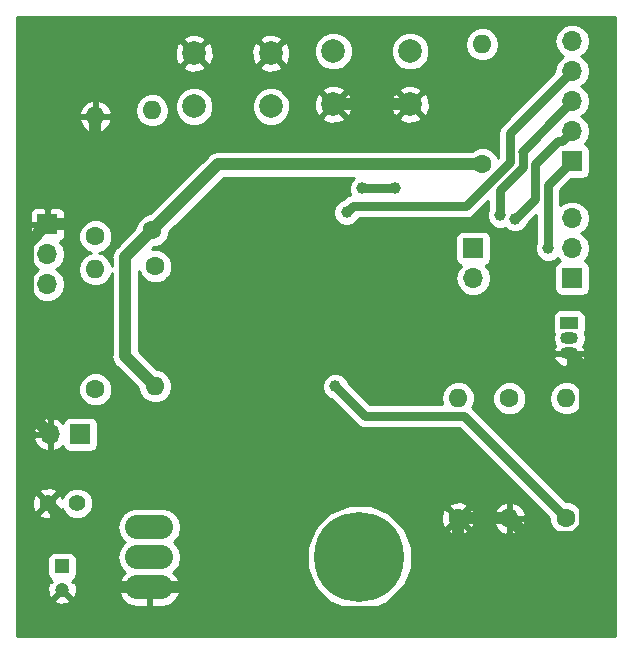
<source format=gbr>
G04 #@! TF.GenerationSoftware,KiCad,Pcbnew,(5.0.1-3-g963ef8bb5)*
G04 #@! TF.CreationDate,2020-03-03T22:19:26-05:00*
G04 #@! TF.ProjectId,NeuMaE,4E65754D61452E6B696361645F706362,rev?*
G04 #@! TF.SameCoordinates,Original*
G04 #@! TF.FileFunction,Copper,L2,Bot,Signal*
G04 #@! TF.FilePolarity,Positive*
%FSLAX46Y46*%
G04 Gerber Fmt 4.6, Leading zero omitted, Abs format (unit mm)*
G04 Created by KiCad (PCBNEW (5.0.1-3-g963ef8bb5)) date Tuesday, 03 March 2020 at 22:19:26*
%MOMM*%
%LPD*%
G01*
G04 APERTURE LIST*
G04 #@! TA.AperFunction,ComponentPad*
%ADD10O,4.064000X2.032000*%
G04 #@! TD*
G04 #@! TA.AperFunction,ComponentPad*
%ADD11C,7.620000*%
G04 #@! TD*
G04 #@! TA.AperFunction,ComponentPad*
%ADD12C,2.000000*%
G04 #@! TD*
G04 #@! TA.AperFunction,ComponentPad*
%ADD13C,1.400000*%
G04 #@! TD*
G04 #@! TA.AperFunction,ComponentPad*
%ADD14R,1.200000X1.200000*%
G04 #@! TD*
G04 #@! TA.AperFunction,ComponentPad*
%ADD15C,1.200000*%
G04 #@! TD*
G04 #@! TA.AperFunction,ComponentPad*
%ADD16R,1.700000X1.700000*%
G04 #@! TD*
G04 #@! TA.AperFunction,ComponentPad*
%ADD17O,1.700000X1.700000*%
G04 #@! TD*
G04 #@! TA.AperFunction,ComponentPad*
%ADD18O,1.500000X1.050000*%
G04 #@! TD*
G04 #@! TA.AperFunction,ComponentPad*
%ADD19R,1.500000X1.050000*%
G04 #@! TD*
G04 #@! TA.AperFunction,ComponentPad*
%ADD20C,1.600000*%
G04 #@! TD*
G04 #@! TA.AperFunction,ComponentPad*
%ADD21O,1.600000X1.600000*%
G04 #@! TD*
G04 #@! TA.AperFunction,ViaPad*
%ADD22C,1.000000*%
G04 #@! TD*
G04 #@! TA.AperFunction,Conductor*
%ADD23C,1.000000*%
G04 #@! TD*
G04 #@! TA.AperFunction,Conductor*
%ADD24C,0.750000*%
G04 #@! TD*
G04 #@! TA.AperFunction,Conductor*
%ADD25C,0.500000*%
G04 #@! TD*
G04 #@! TA.AperFunction,Conductor*
%ADD26C,0.254000*%
G04 #@! TD*
G04 APERTURE END LIST*
D10*
G04 #@! TO.P,U1,1*
G04 #@! TO.N,VCC*
X54102000Y-57150000D03*
G04 #@! TO.P,U1,3*
G04 #@! TO.N,+3V3*
X54102000Y-59690000D03*
G04 #@! TO.P,U1,2*
G04 #@! TO.N,GND*
X54102000Y-62230000D03*
D11*
G04 #@! TO.P,U1,HEAT*
G04 #@! TO.N,Net-(U1-PadHEAT)*
X71882000Y-59690000D03*
G04 #@! TD*
D12*
G04 #@! TO.P,SW1,1*
G04 #@! TO.N,GND*
X69700000Y-21336000D03*
G04 #@! TO.P,SW1,2*
G04 #@! TO.N,Net-(R4-Pad2)*
X69700000Y-16836000D03*
G04 #@! TO.P,SW1,1*
G04 #@! TO.N,GND*
X76200000Y-21336000D03*
G04 #@! TO.P,SW1,2*
G04 #@! TO.N,Net-(R4-Pad2)*
X76200000Y-16836000D03*
G04 #@! TD*
D13*
G04 #@! TO.P,C1,1*
G04 #@! TO.N,VCC*
X48006000Y-55118000D03*
G04 #@! TO.P,C1,2*
G04 #@! TO.N,GND*
X45506000Y-55118000D03*
G04 #@! TD*
D14*
G04 #@! TO.P,C2,1*
G04 #@! TO.N,+3V3*
X46736000Y-60452000D03*
D15*
G04 #@! TO.P,C2,2*
G04 #@! TO.N,GND*
X46736000Y-62452000D03*
G04 #@! TD*
D16*
G04 #@! TO.P,J1,1*
G04 #@! TO.N,Net-(J1-Pad1)*
X89916000Y-36068000D03*
D17*
G04 #@! TO.P,J1,2*
G04 #@! TO.N,Net-(J1-Pad2)*
X89916000Y-33528000D03*
G04 #@! TO.P,J1,3*
G04 #@! TO.N,+3V3*
X89916000Y-30988000D03*
G04 #@! TD*
D16*
G04 #@! TO.P,J2,1*
G04 #@! TO.N,Net-(J2-Pad1)*
X81534000Y-33528000D03*
D17*
G04 #@! TO.P,J2,2*
G04 #@! TO.N,/RXD*
X81534000Y-36068000D03*
G04 #@! TD*
G04 #@! TO.P,J3,3*
G04 #@! TO.N,Net-(J3-Pad3)*
X45466000Y-36576000D03*
G04 #@! TO.P,J3,2*
G04 #@! TO.N,Net-(J3-Pad2)*
X45466000Y-34036000D03*
D16*
G04 #@! TO.P,J3,1*
G04 #@! TO.N,GND*
X45466000Y-31496000D03*
G04 #@! TD*
D17*
G04 #@! TO.P,J4,2*
G04 #@! TO.N,GND*
X45720000Y-49276000D03*
D16*
G04 #@! TO.P,J4,1*
G04 #@! TO.N,VCC*
X48260000Y-49276000D03*
G04 #@! TD*
D18*
G04 #@! TO.P,Q1,2*
G04 #@! TO.N,Net-(Q1-Pad2)*
X89662000Y-41148000D03*
G04 #@! TO.P,Q1,3*
G04 #@! TO.N,GND*
X89662000Y-42418000D03*
D19*
G04 #@! TO.P,Q1,1*
G04 #@! TO.N,Net-(J1-Pad1)*
X89662000Y-39878000D03*
G04 #@! TD*
D20*
G04 #@! TO.P,R1,1*
G04 #@! TO.N,Net-(R1-Pad1)*
X54610000Y-35052000D03*
D21*
G04 #@! TO.P,R1,2*
G04 #@! TO.N,+3V3*
X54610000Y-45212000D03*
G04 #@! TD*
G04 #@! TO.P,R2,2*
G04 #@! TO.N,Net-(Q1-Pad2)*
X89408000Y-46228000D03*
D20*
G04 #@! TO.P,R2,1*
G04 #@! TO.N,/MOTOR*
X89408000Y-56388000D03*
G04 #@! TD*
G04 #@! TO.P,R3,1*
G04 #@! TO.N,Net-(Q1-Pad2)*
X84582000Y-46228000D03*
D21*
G04 #@! TO.P,R3,2*
G04 #@! TO.N,GND*
X84582000Y-56388000D03*
G04 #@! TD*
G04 #@! TO.P,R4,2*
G04 #@! TO.N,Net-(R4-Pad2)*
X82296000Y-16256000D03*
D20*
G04 #@! TO.P,R4,1*
G04 #@! TO.N,+3V3*
X82296000Y-26416000D03*
G04 #@! TD*
G04 #@! TO.P,R5,1*
G04 #@! TO.N,+3V3*
X54356000Y-32004000D03*
D21*
G04 #@! TO.P,R5,2*
G04 #@! TO.N,Net-(R5-Pad2)*
X54356000Y-21844000D03*
G04 #@! TD*
G04 #@! TO.P,R6,2*
G04 #@! TO.N,Net-(R6-Pad2)*
X80264000Y-46228000D03*
D20*
G04 #@! TO.P,R6,1*
G04 #@! TO.N,GND*
X80264000Y-56388000D03*
G04 #@! TD*
D12*
G04 #@! TO.P,SW2,2*
G04 #@! TO.N,Net-(R5-Pad2)*
X57912000Y-21518000D03*
G04 #@! TO.P,SW2,1*
G04 #@! TO.N,GND*
X57912000Y-17018000D03*
G04 #@! TO.P,SW2,2*
G04 #@! TO.N,Net-(R5-Pad2)*
X64412000Y-21518000D03*
G04 #@! TO.P,SW2,1*
G04 #@! TO.N,GND*
X64412000Y-17018000D03*
G04 #@! TD*
D20*
G04 #@! TO.P,R7,1*
G04 #@! TO.N,VCC*
X49530000Y-45466000D03*
D21*
G04 #@! TO.P,R7,2*
G04 #@! TO.N,/ADC*
X49530000Y-35306000D03*
G04 #@! TD*
G04 #@! TO.P,R8,2*
G04 #@! TO.N,GND*
X49530000Y-22352000D03*
D20*
G04 #@! TO.P,R8,1*
G04 #@! TO.N,/ADC*
X49530000Y-32512000D03*
G04 #@! TD*
D16*
G04 #@! TO.P,J5,1*
G04 #@! TO.N,Net-(J5-Pad1)*
X89916000Y-26162000D03*
D17*
G04 #@! TO.P,J5,2*
G04 #@! TO.N,Net-(J5-Pad2)*
X89916000Y-23622000D03*
G04 #@! TO.P,J5,3*
G04 #@! TO.N,Net-(J5-Pad3)*
X89916000Y-21082000D03*
G04 #@! TO.P,J5,4*
G04 #@! TO.N,/PIN4*
X89916000Y-18542000D03*
G04 #@! TO.P,J5,5*
G04 #@! TO.N,/PIN5*
X89916000Y-16002000D03*
G04 #@! TD*
D22*
G04 #@! TO.N,/MOTOR*
X69850000Y-45212000D03*
G04 #@! TO.N,Net-(J5-Pad1)*
X87884000Y-33528000D03*
G04 #@! TO.N,Net-(J5-Pad2)*
X85083092Y-31041570D03*
G04 #@! TO.N,Net-(J5-Pad3)*
X83820000Y-30734000D03*
G04 #@! TO.N,/PIN4*
X70832502Y-30480000D03*
X70832502Y-30480000D03*
G04 #@! TO.N,/PIN5*
X72136000Y-28448000D03*
X74930000Y-28448000D03*
G04 #@! TD*
D23*
G04 #@! TO.N,GND*
X54102000Y-62230000D02*
X53086000Y-62230000D01*
X80264000Y-56388000D02*
X84582000Y-56388000D01*
X47316000Y-31496000D02*
X45466000Y-31496000D01*
X49530000Y-29282000D02*
X47316000Y-31496000D01*
X49530000Y-22352000D02*
X49530000Y-29282000D01*
X69700000Y-21336000D02*
X76200000Y-21336000D01*
X57134000Y-62230000D02*
X54102000Y-62230000D01*
X59204001Y-64300001D02*
X57134000Y-62230000D01*
X74094801Y-64300001D02*
X59204001Y-64300001D01*
X80264000Y-58130802D02*
X74094801Y-64300001D01*
X80264000Y-56388000D02*
X80264000Y-58130802D01*
X89717010Y-42473010D02*
X89662000Y-42473010D01*
X91008001Y-43764001D02*
X89717010Y-42473010D01*
X91008001Y-57156001D02*
X91008001Y-43764001D01*
X90176001Y-57988001D02*
X91008001Y-57156001D01*
X86182001Y-57988001D02*
X90176001Y-57988001D01*
X84582000Y-56388000D02*
X86182001Y-57988001D01*
X51070000Y-62230000D02*
X54102000Y-62230000D01*
X46205999Y-57365999D02*
X51070000Y-62230000D01*
X46205999Y-55817999D02*
X46205999Y-57365999D01*
X45506000Y-55118000D02*
X46205999Y-55817999D01*
X44870001Y-48426001D02*
X45720000Y-49276000D01*
X43815999Y-47371999D02*
X44870001Y-48426001D01*
X43815999Y-33146001D02*
X43815999Y-47371999D01*
X45466000Y-31496000D02*
X43815999Y-33146001D01*
G04 #@! TO.N,+3V3*
X59944000Y-26416000D02*
X82296000Y-26416000D01*
X54356000Y-32004000D02*
X59944000Y-26416000D01*
X53810001Y-44412001D02*
X54610000Y-45212000D01*
X52070000Y-34290000D02*
X52070000Y-42672000D01*
X52070000Y-42672000D02*
X53810001Y-44412001D01*
X54356000Y-32004000D02*
X52070000Y-34290000D01*
D24*
G04 #@! TO.N,/MOTOR*
X88608001Y-55588001D02*
X89408000Y-56388000D01*
X80723001Y-47703001D02*
X88608001Y-55588001D01*
X72341001Y-47703001D02*
X80723001Y-47703001D01*
X69850000Y-45212000D02*
X72341001Y-47703001D01*
G04 #@! TO.N,Net-(J5-Pad1)*
X87884000Y-28194000D02*
X89916000Y-26162000D01*
X87884000Y-33528000D02*
X87884000Y-28194000D01*
G04 #@! TO.N,Net-(J5-Pad2)*
X89066001Y-24471999D02*
X89916000Y-23622000D01*
X88690999Y-24471999D02*
X89066001Y-24471999D01*
X86765007Y-26397991D02*
X88690999Y-24471999D01*
X86765007Y-29359655D02*
X86765007Y-26397991D01*
X85083092Y-31041570D02*
X86765007Y-29359655D01*
D25*
G04 #@! TO.N,Net-(J5-Pad3)*
X85589999Y-25408001D02*
X89066001Y-21931999D01*
D24*
X85714998Y-26664942D02*
X85714998Y-25283002D01*
X83820000Y-28559940D02*
X85714998Y-26664942D01*
X89066001Y-21931999D02*
X89916000Y-21082000D01*
X85714998Y-25283002D02*
X89066001Y-21931999D01*
X83820000Y-30734000D02*
X83820000Y-28559940D01*
G04 #@! TO.N,/PIN4*
X84664989Y-23793011D02*
X89066001Y-19391999D01*
X84664989Y-26230013D02*
X84664989Y-23793011D01*
X89066001Y-19391999D02*
X89916000Y-18542000D01*
X80915001Y-29980001D02*
X84664989Y-26230013D01*
X71332501Y-29980001D02*
X80915001Y-29980001D01*
X70832502Y-30480000D02*
X71332501Y-29980001D01*
G04 #@! TO.N,/PIN5*
X72136000Y-28448000D02*
X74930000Y-28448000D01*
G04 #@! TD*
D26*
G04 #@! TO.N,GND*
G36*
X93524000Y-66346000D02*
X42874000Y-66346000D01*
X42874000Y-63314735D01*
X46052870Y-63314735D01*
X46102383Y-63540164D01*
X46567036Y-63699807D01*
X47057413Y-63669482D01*
X47369617Y-63540164D01*
X47419130Y-63314735D01*
X46736000Y-62631605D01*
X46052870Y-63314735D01*
X42874000Y-63314735D01*
X42874000Y-62283036D01*
X45488193Y-62283036D01*
X45518518Y-62773413D01*
X45647836Y-63085617D01*
X45873265Y-63135130D01*
X46556395Y-62452000D01*
X46542253Y-62437858D01*
X46721858Y-62258253D01*
X46736000Y-62272395D01*
X46750143Y-62258253D01*
X46929748Y-62437858D01*
X46915605Y-62452000D01*
X47598735Y-63135130D01*
X47824164Y-63085617D01*
X47983807Y-62620964D01*
X47983312Y-62612944D01*
X51480025Y-62612944D01*
X51512074Y-62744477D01*
X51828764Y-63307630D01*
X52336857Y-63706724D01*
X52959000Y-63881000D01*
X53975000Y-63881000D01*
X53975000Y-62357000D01*
X54229000Y-62357000D01*
X54229000Y-63881000D01*
X55245000Y-63881000D01*
X55867143Y-63706724D01*
X56375236Y-63307630D01*
X56691926Y-62744477D01*
X56723975Y-62612944D01*
X56604836Y-62357000D01*
X54229000Y-62357000D01*
X53975000Y-62357000D01*
X51599164Y-62357000D01*
X51480025Y-62612944D01*
X47983312Y-62612944D01*
X47953482Y-62130587D01*
X47824164Y-61818383D01*
X47598737Y-61768871D01*
X47714430Y-61653178D01*
X47660282Y-61599030D01*
X47793809Y-61509809D01*
X47934157Y-61299765D01*
X47983440Y-61052000D01*
X47983440Y-59852000D01*
X47934157Y-59604235D01*
X47793809Y-59394191D01*
X47583765Y-59253843D01*
X47336000Y-59204560D01*
X46136000Y-59204560D01*
X45888235Y-59253843D01*
X45678191Y-59394191D01*
X45537843Y-59604235D01*
X45488560Y-59852000D01*
X45488560Y-61052000D01*
X45537843Y-61299765D01*
X45678191Y-61509809D01*
X45811718Y-61599030D01*
X45757570Y-61653178D01*
X45873263Y-61768871D01*
X45647836Y-61818383D01*
X45488193Y-62283036D01*
X42874000Y-62283036D01*
X42874000Y-57150000D01*
X51402655Y-57150000D01*
X51530792Y-57794188D01*
X51895695Y-58340305D01*
X52014967Y-58420000D01*
X51895695Y-58499695D01*
X51530792Y-59045812D01*
X51402655Y-59690000D01*
X51530792Y-60334188D01*
X51895695Y-60880305D01*
X52046689Y-60981196D01*
X51828764Y-61152370D01*
X51512074Y-61715523D01*
X51480025Y-61847056D01*
X51599164Y-62103000D01*
X53975000Y-62103000D01*
X53975000Y-62083000D01*
X54229000Y-62083000D01*
X54229000Y-62103000D01*
X56604836Y-62103000D01*
X56723975Y-61847056D01*
X56691926Y-61715523D01*
X56375236Y-61152370D01*
X56157311Y-60981196D01*
X56308305Y-60880305D01*
X56673208Y-60334188D01*
X56801345Y-59690000D01*
X56673208Y-59045812D01*
X56512861Y-58805834D01*
X67437000Y-58805834D01*
X67437000Y-60574166D01*
X68113711Y-62207890D01*
X69364110Y-63458289D01*
X70997834Y-64135000D01*
X72766166Y-64135000D01*
X74399890Y-63458289D01*
X75650289Y-62207890D01*
X76327000Y-60574166D01*
X76327000Y-58805834D01*
X75742922Y-57395745D01*
X79435861Y-57395745D01*
X79509995Y-57641864D01*
X80047223Y-57834965D01*
X80617454Y-57807778D01*
X81018005Y-57641864D01*
X81092139Y-57395745D01*
X80264000Y-56567605D01*
X79435861Y-57395745D01*
X75742922Y-57395745D01*
X75650289Y-57172110D01*
X74649402Y-56171223D01*
X78817035Y-56171223D01*
X78844222Y-56741454D01*
X79010136Y-57142005D01*
X79256255Y-57216139D01*
X80084395Y-56388000D01*
X80443605Y-56388000D01*
X81271745Y-57216139D01*
X81517864Y-57142005D01*
X81663424Y-56737041D01*
X83190086Y-56737041D01*
X83429611Y-57243134D01*
X83844577Y-57619041D01*
X84232961Y-57779904D01*
X84455000Y-57657915D01*
X84455000Y-56515000D01*
X84709000Y-56515000D01*
X84709000Y-57657915D01*
X84931039Y-57779904D01*
X85319423Y-57619041D01*
X85734389Y-57243134D01*
X85973914Y-56737041D01*
X85852629Y-56515000D01*
X84709000Y-56515000D01*
X84455000Y-56515000D01*
X83311371Y-56515000D01*
X83190086Y-56737041D01*
X81663424Y-56737041D01*
X81710965Y-56604777D01*
X81683989Y-56038959D01*
X83190086Y-56038959D01*
X83311371Y-56261000D01*
X84455000Y-56261000D01*
X84455000Y-55118085D01*
X84709000Y-55118085D01*
X84709000Y-56261000D01*
X85852629Y-56261000D01*
X85973914Y-56038959D01*
X85734389Y-55532866D01*
X85319423Y-55156959D01*
X84931039Y-54996096D01*
X84709000Y-55118085D01*
X84455000Y-55118085D01*
X84232961Y-54996096D01*
X83844577Y-55156959D01*
X83429611Y-55532866D01*
X83190086Y-56038959D01*
X81683989Y-56038959D01*
X81683778Y-56034546D01*
X81517864Y-55633995D01*
X81271745Y-55559861D01*
X80443605Y-56388000D01*
X80084395Y-56388000D01*
X79256255Y-55559861D01*
X79010136Y-55633995D01*
X78817035Y-56171223D01*
X74649402Y-56171223D01*
X74399890Y-55921711D01*
X73092701Y-55380255D01*
X79435861Y-55380255D01*
X80264000Y-56208395D01*
X81092139Y-55380255D01*
X81018005Y-55134136D01*
X80480777Y-54941035D01*
X79910546Y-54968222D01*
X79509995Y-55134136D01*
X79435861Y-55380255D01*
X73092701Y-55380255D01*
X72766166Y-55245000D01*
X70997834Y-55245000D01*
X69364110Y-55921711D01*
X68113711Y-57172110D01*
X67437000Y-58805834D01*
X56512861Y-58805834D01*
X56308305Y-58499695D01*
X56189033Y-58420000D01*
X56308305Y-58340305D01*
X56673208Y-57794188D01*
X56801345Y-57150000D01*
X56673208Y-56505812D01*
X56308305Y-55959695D01*
X55762188Y-55594792D01*
X55280609Y-55499000D01*
X52923391Y-55499000D01*
X52441812Y-55594792D01*
X51895695Y-55959695D01*
X51530792Y-56505812D01*
X51402655Y-57150000D01*
X42874000Y-57150000D01*
X42874000Y-56053275D01*
X44750331Y-56053275D01*
X44812169Y-56289042D01*
X45313122Y-56465419D01*
X45843440Y-56436664D01*
X46199831Y-56289042D01*
X46261669Y-56053275D01*
X45506000Y-55297605D01*
X44750331Y-56053275D01*
X42874000Y-56053275D01*
X42874000Y-54925122D01*
X44158581Y-54925122D01*
X44187336Y-55455440D01*
X44334958Y-55811831D01*
X44570725Y-55873669D01*
X45326395Y-55118000D01*
X45685605Y-55118000D01*
X46441275Y-55873669D01*
X46677042Y-55811831D01*
X46755775Y-55588212D01*
X46874242Y-55874217D01*
X47249783Y-56249758D01*
X47740452Y-56453000D01*
X48271548Y-56453000D01*
X48762217Y-56249758D01*
X49137758Y-55874217D01*
X49341000Y-55383548D01*
X49341000Y-54852452D01*
X49137758Y-54361783D01*
X48762217Y-53986242D01*
X48271548Y-53783000D01*
X47740452Y-53783000D01*
X47249783Y-53986242D01*
X46874242Y-54361783D01*
X46762721Y-54631017D01*
X46677042Y-54424169D01*
X46441275Y-54362331D01*
X45685605Y-55118000D01*
X45326395Y-55118000D01*
X44570725Y-54362331D01*
X44334958Y-54424169D01*
X44158581Y-54925122D01*
X42874000Y-54925122D01*
X42874000Y-54182725D01*
X44750331Y-54182725D01*
X45506000Y-54938395D01*
X46261669Y-54182725D01*
X46199831Y-53946958D01*
X45698878Y-53770581D01*
X45168560Y-53799336D01*
X44812169Y-53946958D01*
X44750331Y-54182725D01*
X42874000Y-54182725D01*
X42874000Y-49632892D01*
X44278514Y-49632892D01*
X44524817Y-50157358D01*
X44953076Y-50547645D01*
X45363110Y-50717476D01*
X45593000Y-50596155D01*
X45593000Y-49403000D01*
X44399181Y-49403000D01*
X44278514Y-49632892D01*
X42874000Y-49632892D01*
X42874000Y-48919108D01*
X44278514Y-48919108D01*
X44399181Y-49149000D01*
X45593000Y-49149000D01*
X45593000Y-47955845D01*
X45847000Y-47955845D01*
X45847000Y-49149000D01*
X45867000Y-49149000D01*
X45867000Y-49403000D01*
X45847000Y-49403000D01*
X45847000Y-50596155D01*
X46076890Y-50717476D01*
X46486924Y-50547645D01*
X46791261Y-50270292D01*
X46811843Y-50373765D01*
X46952191Y-50583809D01*
X47162235Y-50724157D01*
X47410000Y-50773440D01*
X49110000Y-50773440D01*
X49357765Y-50724157D01*
X49567809Y-50583809D01*
X49708157Y-50373765D01*
X49757440Y-50126000D01*
X49757440Y-48426000D01*
X49708157Y-48178235D01*
X49567809Y-47968191D01*
X49357765Y-47827843D01*
X49110000Y-47778560D01*
X47410000Y-47778560D01*
X47162235Y-47827843D01*
X46952191Y-47968191D01*
X46811843Y-48178235D01*
X46791261Y-48281708D01*
X46486924Y-48004355D01*
X46076890Y-47834524D01*
X45847000Y-47955845D01*
X45593000Y-47955845D01*
X45363110Y-47834524D01*
X44953076Y-48004355D01*
X44524817Y-48394642D01*
X44278514Y-48919108D01*
X42874000Y-48919108D01*
X42874000Y-45180561D01*
X48095000Y-45180561D01*
X48095000Y-45751439D01*
X48313466Y-46278862D01*
X48717138Y-46682534D01*
X49244561Y-46901000D01*
X49815439Y-46901000D01*
X50342862Y-46682534D01*
X50746534Y-46278862D01*
X50965000Y-45751439D01*
X50965000Y-45180561D01*
X50746534Y-44653138D01*
X50342862Y-44249466D01*
X49815439Y-44031000D01*
X49244561Y-44031000D01*
X48717138Y-44249466D01*
X48313466Y-44653138D01*
X48095000Y-45180561D01*
X42874000Y-45180561D01*
X42874000Y-34036000D01*
X43951908Y-34036000D01*
X44067161Y-34615418D01*
X44395375Y-35106625D01*
X44693761Y-35306000D01*
X44395375Y-35505375D01*
X44067161Y-35996582D01*
X43951908Y-36576000D01*
X44067161Y-37155418D01*
X44395375Y-37646625D01*
X44886582Y-37974839D01*
X45319744Y-38061000D01*
X45612256Y-38061000D01*
X46045418Y-37974839D01*
X46536625Y-37646625D01*
X46864839Y-37155418D01*
X46980092Y-36576000D01*
X46864839Y-35996582D01*
X46536625Y-35505375D01*
X46238239Y-35306000D01*
X48066887Y-35306000D01*
X48178260Y-35865909D01*
X48495423Y-36340577D01*
X48970091Y-36657740D01*
X49388667Y-36741000D01*
X49671333Y-36741000D01*
X50089909Y-36657740D01*
X50564577Y-36340577D01*
X50881740Y-35865909D01*
X50935000Y-35598152D01*
X50935001Y-42560212D01*
X50912765Y-42672000D01*
X51000854Y-43114854D01*
X51000855Y-43114855D01*
X51251712Y-43490289D01*
X51346480Y-43553611D01*
X53086477Y-45293609D01*
X53086480Y-45293611D01*
X53182151Y-45389282D01*
X53258260Y-45771909D01*
X53575423Y-46246577D01*
X54050091Y-46563740D01*
X54468667Y-46647000D01*
X54751333Y-46647000D01*
X55169909Y-46563740D01*
X55644577Y-46246577D01*
X55961740Y-45771909D01*
X56073113Y-45212000D01*
X56028206Y-44986234D01*
X68715000Y-44986234D01*
X68715000Y-45437766D01*
X68887793Y-45854926D01*
X69207074Y-46174207D01*
X69508853Y-46299208D01*
X71556483Y-48346838D01*
X71612832Y-48431170D01*
X71946919Y-48654400D01*
X72241525Y-48713001D01*
X72241529Y-48713001D01*
X72341000Y-48732787D01*
X72440471Y-48713001D01*
X80304646Y-48713001D01*
X87964163Y-56372519D01*
X87964166Y-56372521D01*
X87973000Y-56381355D01*
X87973000Y-56673439D01*
X88191466Y-57200862D01*
X88595138Y-57604534D01*
X89122561Y-57823000D01*
X89693439Y-57823000D01*
X90220862Y-57604534D01*
X90624534Y-57200862D01*
X90843000Y-56673439D01*
X90843000Y-56102561D01*
X90624534Y-55575138D01*
X90220862Y-55171466D01*
X89693439Y-54953000D01*
X89401355Y-54953000D01*
X89392521Y-54944166D01*
X89392519Y-54944163D01*
X81507518Y-47059163D01*
X81471006Y-47004519D01*
X81615740Y-46787909D01*
X81727113Y-46228000D01*
X81670336Y-45942561D01*
X83147000Y-45942561D01*
X83147000Y-46513439D01*
X83365466Y-47040862D01*
X83769138Y-47444534D01*
X84296561Y-47663000D01*
X84867439Y-47663000D01*
X85394862Y-47444534D01*
X85798534Y-47040862D01*
X86017000Y-46513439D01*
X86017000Y-46228000D01*
X87944887Y-46228000D01*
X88056260Y-46787909D01*
X88373423Y-47262577D01*
X88848091Y-47579740D01*
X89266667Y-47663000D01*
X89549333Y-47663000D01*
X89967909Y-47579740D01*
X90442577Y-47262577D01*
X90759740Y-46787909D01*
X90871113Y-46228000D01*
X90759740Y-45668091D01*
X90442577Y-45193423D01*
X89967909Y-44876260D01*
X89549333Y-44793000D01*
X89266667Y-44793000D01*
X88848091Y-44876260D01*
X88373423Y-45193423D01*
X88056260Y-45668091D01*
X87944887Y-46228000D01*
X86017000Y-46228000D01*
X86017000Y-45942561D01*
X85798534Y-45415138D01*
X85394862Y-45011466D01*
X84867439Y-44793000D01*
X84296561Y-44793000D01*
X83769138Y-45011466D01*
X83365466Y-45415138D01*
X83147000Y-45942561D01*
X81670336Y-45942561D01*
X81615740Y-45668091D01*
X81298577Y-45193423D01*
X80823909Y-44876260D01*
X80405333Y-44793000D01*
X80122667Y-44793000D01*
X79704091Y-44876260D01*
X79229423Y-45193423D01*
X78912260Y-45668091D01*
X78800887Y-46228000D01*
X78893382Y-46693001D01*
X72759356Y-46693001D01*
X70937208Y-44870853D01*
X70812207Y-44569074D01*
X70492926Y-44249793D01*
X70075766Y-44077000D01*
X69624234Y-44077000D01*
X69207074Y-44249793D01*
X68887793Y-44569074D01*
X68715000Y-44986234D01*
X56028206Y-44986234D01*
X55961740Y-44652091D01*
X55644577Y-44177423D01*
X55169909Y-43860260D01*
X54787282Y-43784151D01*
X54691611Y-43688480D01*
X54691609Y-43688477D01*
X53726942Y-42723810D01*
X88318036Y-42723810D01*
X88326734Y-42785336D01*
X88551821Y-43182255D01*
X88911669Y-43462823D01*
X89351494Y-43584326D01*
X89535000Y-43424593D01*
X89535000Y-42545000D01*
X89789000Y-42545000D01*
X89789000Y-43424593D01*
X89972506Y-43584326D01*
X90412331Y-43462823D01*
X90772179Y-43182255D01*
X90997266Y-42785336D01*
X91005964Y-42723810D01*
X90880163Y-42545000D01*
X89789000Y-42545000D01*
X89535000Y-42545000D01*
X88443837Y-42545000D01*
X88318036Y-42723810D01*
X53726942Y-42723810D01*
X53205000Y-42201869D01*
X53205000Y-41148000D01*
X88254275Y-41148000D01*
X88344305Y-41600609D01*
X88472854Y-41792996D01*
X88326734Y-42050664D01*
X88318036Y-42112190D01*
X88443837Y-42291000D01*
X89237290Y-42291000D01*
X89322754Y-42308000D01*
X90001246Y-42308000D01*
X90086710Y-42291000D01*
X90880163Y-42291000D01*
X91005964Y-42112190D01*
X90997266Y-42050664D01*
X90851146Y-41792996D01*
X90979695Y-41600609D01*
X91069725Y-41148000D01*
X90979843Y-40696133D01*
X91010157Y-40650765D01*
X91059440Y-40403000D01*
X91059440Y-39353000D01*
X91010157Y-39105235D01*
X90869809Y-38895191D01*
X90659765Y-38754843D01*
X90412000Y-38705560D01*
X88912000Y-38705560D01*
X88664235Y-38754843D01*
X88454191Y-38895191D01*
X88313843Y-39105235D01*
X88264560Y-39353000D01*
X88264560Y-40403000D01*
X88313843Y-40650765D01*
X88344157Y-40696133D01*
X88254275Y-41148000D01*
X53205000Y-41148000D01*
X53205000Y-35409865D01*
X53393466Y-35864862D01*
X53797138Y-36268534D01*
X54324561Y-36487000D01*
X54895439Y-36487000D01*
X55422862Y-36268534D01*
X55623396Y-36068000D01*
X80019908Y-36068000D01*
X80135161Y-36647418D01*
X80463375Y-37138625D01*
X80954582Y-37466839D01*
X81387744Y-37553000D01*
X81680256Y-37553000D01*
X82113418Y-37466839D01*
X82604625Y-37138625D01*
X82932839Y-36647418D01*
X83048092Y-36068000D01*
X82932839Y-35488582D01*
X82604625Y-34997375D01*
X82586381Y-34985184D01*
X82631765Y-34976157D01*
X82841809Y-34835809D01*
X82982157Y-34625765D01*
X83031440Y-34378000D01*
X83031440Y-32678000D01*
X82982157Y-32430235D01*
X82841809Y-32220191D01*
X82631765Y-32079843D01*
X82384000Y-32030560D01*
X80684000Y-32030560D01*
X80436235Y-32079843D01*
X80226191Y-32220191D01*
X80085843Y-32430235D01*
X80036560Y-32678000D01*
X80036560Y-34378000D01*
X80085843Y-34625765D01*
X80226191Y-34835809D01*
X80436235Y-34976157D01*
X80481619Y-34985184D01*
X80463375Y-34997375D01*
X80135161Y-35488582D01*
X80019908Y-36068000D01*
X55623396Y-36068000D01*
X55826534Y-35864862D01*
X56045000Y-35337439D01*
X56045000Y-34766561D01*
X55826534Y-34239138D01*
X55422862Y-33835466D01*
X54895439Y-33617000D01*
X54348132Y-33617000D01*
X54526132Y-33439000D01*
X54641439Y-33439000D01*
X55168862Y-33220534D01*
X55572534Y-32816862D01*
X55791000Y-32289439D01*
X55791000Y-32174131D01*
X60414132Y-27551000D01*
X71427867Y-27551000D01*
X71173793Y-27805074D01*
X71001000Y-28222234D01*
X71001000Y-28673766D01*
X71132026Y-28990091D01*
X70938419Y-29028602D01*
X70604332Y-29251832D01*
X70547982Y-29336166D01*
X70491356Y-29392792D01*
X70189576Y-29517793D01*
X69870295Y-29837074D01*
X69697502Y-30254234D01*
X69697502Y-30705766D01*
X69870295Y-31122926D01*
X70189576Y-31442207D01*
X70606736Y-31615000D01*
X71058268Y-31615000D01*
X71475428Y-31442207D01*
X71794709Y-31122926D01*
X71849768Y-30990001D01*
X80815530Y-30990001D01*
X80915001Y-31009787D01*
X81014472Y-30990001D01*
X81014477Y-30990001D01*
X81309083Y-30931400D01*
X81643170Y-30708170D01*
X81699519Y-30623838D01*
X82810001Y-29513357D01*
X82810000Y-30206456D01*
X82685000Y-30508234D01*
X82685000Y-30959766D01*
X82857793Y-31376926D01*
X83177074Y-31696207D01*
X83594234Y-31869000D01*
X84045766Y-31869000D01*
X84229347Y-31792958D01*
X84440166Y-32003777D01*
X84857326Y-32176570D01*
X85308858Y-32176570D01*
X85726018Y-32003777D01*
X86045299Y-31684496D01*
X86170299Y-31382718D01*
X86874001Y-30679017D01*
X86874000Y-33000456D01*
X86749000Y-33302234D01*
X86749000Y-33753766D01*
X86921793Y-34170926D01*
X87241074Y-34490207D01*
X87658234Y-34663000D01*
X88109766Y-34663000D01*
X88526926Y-34490207D01*
X88674396Y-34342737D01*
X88845375Y-34598625D01*
X88863619Y-34610816D01*
X88818235Y-34619843D01*
X88608191Y-34760191D01*
X88467843Y-34970235D01*
X88418560Y-35218000D01*
X88418560Y-36918000D01*
X88467843Y-37165765D01*
X88608191Y-37375809D01*
X88818235Y-37516157D01*
X89066000Y-37565440D01*
X90766000Y-37565440D01*
X91013765Y-37516157D01*
X91223809Y-37375809D01*
X91364157Y-37165765D01*
X91413440Y-36918000D01*
X91413440Y-35218000D01*
X91364157Y-34970235D01*
X91223809Y-34760191D01*
X91013765Y-34619843D01*
X90968381Y-34610816D01*
X90986625Y-34598625D01*
X91314839Y-34107418D01*
X91430092Y-33528000D01*
X91314839Y-32948582D01*
X90986625Y-32457375D01*
X90688239Y-32258000D01*
X90986625Y-32058625D01*
X91314839Y-31567418D01*
X91430092Y-30988000D01*
X91314839Y-30408582D01*
X90986625Y-29917375D01*
X90495418Y-29589161D01*
X90062256Y-29503000D01*
X89769744Y-29503000D01*
X89336582Y-29589161D01*
X88894000Y-29884885D01*
X88894000Y-28612355D01*
X89846916Y-27659440D01*
X90766000Y-27659440D01*
X91013765Y-27610157D01*
X91223809Y-27469809D01*
X91364157Y-27259765D01*
X91413440Y-27012000D01*
X91413440Y-25312000D01*
X91364157Y-25064235D01*
X91223809Y-24854191D01*
X91013765Y-24713843D01*
X90968381Y-24704816D01*
X90986625Y-24692625D01*
X91314839Y-24201418D01*
X91430092Y-23622000D01*
X91314839Y-23042582D01*
X90986625Y-22551375D01*
X90688239Y-22352000D01*
X90986625Y-22152625D01*
X91314839Y-21661418D01*
X91430092Y-21082000D01*
X91314839Y-20502582D01*
X90986625Y-20011375D01*
X90688239Y-19812000D01*
X90986625Y-19612625D01*
X91314839Y-19121418D01*
X91430092Y-18542000D01*
X91314839Y-17962582D01*
X90986625Y-17471375D01*
X90688239Y-17272000D01*
X90986625Y-17072625D01*
X91314839Y-16581418D01*
X91430092Y-16002000D01*
X91314839Y-15422582D01*
X90986625Y-14931375D01*
X90495418Y-14603161D01*
X90062256Y-14517000D01*
X89769744Y-14517000D01*
X89336582Y-14603161D01*
X88845375Y-14931375D01*
X88517161Y-15422582D01*
X88401908Y-16002000D01*
X88517161Y-16581418D01*
X88845375Y-17072625D01*
X89143761Y-17272000D01*
X88845375Y-17471375D01*
X88517161Y-17962582D01*
X88401908Y-18542000D01*
X88416132Y-18613512D01*
X84021150Y-23008495D01*
X83936821Y-23064842D01*
X83880474Y-23149171D01*
X83880471Y-23149174D01*
X83713591Y-23398929D01*
X83635203Y-23793011D01*
X83654990Y-23892486D01*
X83654989Y-25811657D01*
X83615332Y-25851314D01*
X83512534Y-25603138D01*
X83108862Y-25199466D01*
X82581439Y-24981000D01*
X82010561Y-24981000D01*
X81483138Y-25199466D01*
X81401604Y-25281000D01*
X60055781Y-25281000D01*
X59943999Y-25258765D01*
X59832217Y-25281000D01*
X59501145Y-25346854D01*
X59125711Y-25597711D01*
X59062389Y-25692479D01*
X54185869Y-30569000D01*
X54070561Y-30569000D01*
X53543138Y-30787466D01*
X53139466Y-31191138D01*
X52921000Y-31718561D01*
X52921000Y-31833868D01*
X51346482Y-33408387D01*
X51251711Y-33471711D01*
X51008658Y-33835466D01*
X51000854Y-33847146D01*
X50912765Y-34290000D01*
X50935000Y-34401783D01*
X50935000Y-35013847D01*
X50881740Y-34746091D01*
X50564577Y-34271423D01*
X50089909Y-33954260D01*
X49892643Y-33915021D01*
X50342862Y-33728534D01*
X50746534Y-33324862D01*
X50965000Y-32797439D01*
X50965000Y-32226561D01*
X50746534Y-31699138D01*
X50342862Y-31295466D01*
X49815439Y-31077000D01*
X49244561Y-31077000D01*
X48717138Y-31295466D01*
X48313466Y-31699138D01*
X48095000Y-32226561D01*
X48095000Y-32797439D01*
X48313466Y-33324862D01*
X48717138Y-33728534D01*
X49167357Y-33915021D01*
X48970091Y-33954260D01*
X48495423Y-34271423D01*
X48178260Y-34746091D01*
X48066887Y-35306000D01*
X46238239Y-35306000D01*
X46536625Y-35106625D01*
X46864839Y-34615418D01*
X46980092Y-34036000D01*
X46864839Y-33456582D01*
X46536625Y-32965375D01*
X46514967Y-32950904D01*
X46675698Y-32884327D01*
X46854327Y-32705699D01*
X46951000Y-32472310D01*
X46951000Y-31781750D01*
X46792250Y-31623000D01*
X45593000Y-31623000D01*
X45593000Y-31643000D01*
X45339000Y-31643000D01*
X45339000Y-31623000D01*
X44139750Y-31623000D01*
X43981000Y-31781750D01*
X43981000Y-32472310D01*
X44077673Y-32705699D01*
X44256302Y-32884327D01*
X44417033Y-32950904D01*
X44395375Y-32965375D01*
X44067161Y-33456582D01*
X43951908Y-34036000D01*
X42874000Y-34036000D01*
X42874000Y-30519690D01*
X43981000Y-30519690D01*
X43981000Y-31210250D01*
X44139750Y-31369000D01*
X45339000Y-31369000D01*
X45339000Y-30169750D01*
X45593000Y-30169750D01*
X45593000Y-31369000D01*
X46792250Y-31369000D01*
X46951000Y-31210250D01*
X46951000Y-30519690D01*
X46854327Y-30286301D01*
X46675698Y-30107673D01*
X46442309Y-30011000D01*
X45751750Y-30011000D01*
X45593000Y-30169750D01*
X45339000Y-30169750D01*
X45180250Y-30011000D01*
X44489691Y-30011000D01*
X44256302Y-30107673D01*
X44077673Y-30286301D01*
X43981000Y-30519690D01*
X42874000Y-30519690D01*
X42874000Y-22701041D01*
X48138086Y-22701041D01*
X48377611Y-23207134D01*
X48792577Y-23583041D01*
X49180961Y-23743904D01*
X49403000Y-23621915D01*
X49403000Y-22479000D01*
X49657000Y-22479000D01*
X49657000Y-23621915D01*
X49879039Y-23743904D01*
X50267423Y-23583041D01*
X50682389Y-23207134D01*
X50921914Y-22701041D01*
X50800629Y-22479000D01*
X49657000Y-22479000D01*
X49403000Y-22479000D01*
X48259371Y-22479000D01*
X48138086Y-22701041D01*
X42874000Y-22701041D01*
X42874000Y-22002959D01*
X48138086Y-22002959D01*
X48259371Y-22225000D01*
X49403000Y-22225000D01*
X49403000Y-21082085D01*
X49657000Y-21082085D01*
X49657000Y-22225000D01*
X50800629Y-22225000D01*
X50921914Y-22002959D01*
X50846682Y-21844000D01*
X52892887Y-21844000D01*
X53004260Y-22403909D01*
X53321423Y-22878577D01*
X53796091Y-23195740D01*
X54214667Y-23279000D01*
X54497333Y-23279000D01*
X54915909Y-23195740D01*
X55390577Y-22878577D01*
X55707740Y-22403909D01*
X55819113Y-21844000D01*
X55707740Y-21284091D01*
X55646727Y-21192778D01*
X56277000Y-21192778D01*
X56277000Y-21843222D01*
X56525914Y-22444153D01*
X56985847Y-22904086D01*
X57586778Y-23153000D01*
X58237222Y-23153000D01*
X58838153Y-22904086D01*
X59298086Y-22444153D01*
X59547000Y-21843222D01*
X59547000Y-21192778D01*
X62777000Y-21192778D01*
X62777000Y-21843222D01*
X63025914Y-22444153D01*
X63485847Y-22904086D01*
X64086778Y-23153000D01*
X64737222Y-23153000D01*
X65338153Y-22904086D01*
X65753707Y-22488532D01*
X68727073Y-22488532D01*
X68825736Y-22755387D01*
X69435461Y-22981908D01*
X70085460Y-22957856D01*
X70574264Y-22755387D01*
X70672927Y-22488532D01*
X75227073Y-22488532D01*
X75325736Y-22755387D01*
X75935461Y-22981908D01*
X76585460Y-22957856D01*
X77074264Y-22755387D01*
X77172927Y-22488532D01*
X76200000Y-21515605D01*
X75227073Y-22488532D01*
X70672927Y-22488532D01*
X69700000Y-21515605D01*
X68727073Y-22488532D01*
X65753707Y-22488532D01*
X65798086Y-22444153D01*
X66047000Y-21843222D01*
X66047000Y-21192778D01*
X65996749Y-21071461D01*
X68054092Y-21071461D01*
X68078144Y-21721460D01*
X68280613Y-22210264D01*
X68547468Y-22308927D01*
X69520395Y-21336000D01*
X69879605Y-21336000D01*
X70852532Y-22308927D01*
X71119387Y-22210264D01*
X71345908Y-21600539D01*
X71326331Y-21071461D01*
X74554092Y-21071461D01*
X74578144Y-21721460D01*
X74780613Y-22210264D01*
X75047468Y-22308927D01*
X76020395Y-21336000D01*
X76379605Y-21336000D01*
X77352532Y-22308927D01*
X77619387Y-22210264D01*
X77845908Y-21600539D01*
X77821856Y-20950540D01*
X77619387Y-20461736D01*
X77352532Y-20363073D01*
X76379605Y-21336000D01*
X76020395Y-21336000D01*
X75047468Y-20363073D01*
X74780613Y-20461736D01*
X74554092Y-21071461D01*
X71326331Y-21071461D01*
X71321856Y-20950540D01*
X71119387Y-20461736D01*
X70852532Y-20363073D01*
X69879605Y-21336000D01*
X69520395Y-21336000D01*
X68547468Y-20363073D01*
X68280613Y-20461736D01*
X68054092Y-21071461D01*
X65996749Y-21071461D01*
X65798086Y-20591847D01*
X65389707Y-20183468D01*
X68727073Y-20183468D01*
X69700000Y-21156395D01*
X70672927Y-20183468D01*
X75227073Y-20183468D01*
X76200000Y-21156395D01*
X77172927Y-20183468D01*
X77074264Y-19916613D01*
X76464539Y-19690092D01*
X75814540Y-19714144D01*
X75325736Y-19916613D01*
X75227073Y-20183468D01*
X70672927Y-20183468D01*
X70574264Y-19916613D01*
X69964539Y-19690092D01*
X69314540Y-19714144D01*
X68825736Y-19916613D01*
X68727073Y-20183468D01*
X65389707Y-20183468D01*
X65338153Y-20131914D01*
X64737222Y-19883000D01*
X64086778Y-19883000D01*
X63485847Y-20131914D01*
X63025914Y-20591847D01*
X62777000Y-21192778D01*
X59547000Y-21192778D01*
X59298086Y-20591847D01*
X58838153Y-20131914D01*
X58237222Y-19883000D01*
X57586778Y-19883000D01*
X56985847Y-20131914D01*
X56525914Y-20591847D01*
X56277000Y-21192778D01*
X55646727Y-21192778D01*
X55390577Y-20809423D01*
X54915909Y-20492260D01*
X54497333Y-20409000D01*
X54214667Y-20409000D01*
X53796091Y-20492260D01*
X53321423Y-20809423D01*
X53004260Y-21284091D01*
X52892887Y-21844000D01*
X50846682Y-21844000D01*
X50682389Y-21496866D01*
X50267423Y-21120959D01*
X49879039Y-20960096D01*
X49657000Y-21082085D01*
X49403000Y-21082085D01*
X49180961Y-20960096D01*
X48792577Y-21120959D01*
X48377611Y-21496866D01*
X48138086Y-22002959D01*
X42874000Y-22002959D01*
X42874000Y-18170532D01*
X56939073Y-18170532D01*
X57037736Y-18437387D01*
X57647461Y-18663908D01*
X58297460Y-18639856D01*
X58786264Y-18437387D01*
X58884927Y-18170532D01*
X63439073Y-18170532D01*
X63537736Y-18437387D01*
X64147461Y-18663908D01*
X64797460Y-18639856D01*
X65286264Y-18437387D01*
X65384927Y-18170532D01*
X64412000Y-17197605D01*
X63439073Y-18170532D01*
X58884927Y-18170532D01*
X57912000Y-17197605D01*
X56939073Y-18170532D01*
X42874000Y-18170532D01*
X42874000Y-16753461D01*
X56266092Y-16753461D01*
X56290144Y-17403460D01*
X56492613Y-17892264D01*
X56759468Y-17990927D01*
X57732395Y-17018000D01*
X58091605Y-17018000D01*
X59064532Y-17990927D01*
X59331387Y-17892264D01*
X59557908Y-17282539D01*
X59538331Y-16753461D01*
X62766092Y-16753461D01*
X62790144Y-17403460D01*
X62992613Y-17892264D01*
X63259468Y-17990927D01*
X64232395Y-17018000D01*
X64591605Y-17018000D01*
X65564532Y-17990927D01*
X65831387Y-17892264D01*
X66057908Y-17282539D01*
X66033856Y-16632540D01*
X65983421Y-16510778D01*
X68065000Y-16510778D01*
X68065000Y-17161222D01*
X68313914Y-17762153D01*
X68773847Y-18222086D01*
X69374778Y-18471000D01*
X70025222Y-18471000D01*
X70626153Y-18222086D01*
X71086086Y-17762153D01*
X71335000Y-17161222D01*
X71335000Y-16510778D01*
X74565000Y-16510778D01*
X74565000Y-17161222D01*
X74813914Y-17762153D01*
X75273847Y-18222086D01*
X75874778Y-18471000D01*
X76525222Y-18471000D01*
X77126153Y-18222086D01*
X77586086Y-17762153D01*
X77835000Y-17161222D01*
X77835000Y-16510778D01*
X77729468Y-16256000D01*
X80832887Y-16256000D01*
X80944260Y-16815909D01*
X81261423Y-17290577D01*
X81736091Y-17607740D01*
X82154667Y-17691000D01*
X82437333Y-17691000D01*
X82855909Y-17607740D01*
X83330577Y-17290577D01*
X83647740Y-16815909D01*
X83759113Y-16256000D01*
X83647740Y-15696091D01*
X83330577Y-15221423D01*
X82855909Y-14904260D01*
X82437333Y-14821000D01*
X82154667Y-14821000D01*
X81736091Y-14904260D01*
X81261423Y-15221423D01*
X80944260Y-15696091D01*
X80832887Y-16256000D01*
X77729468Y-16256000D01*
X77586086Y-15909847D01*
X77126153Y-15449914D01*
X76525222Y-15201000D01*
X75874778Y-15201000D01*
X75273847Y-15449914D01*
X74813914Y-15909847D01*
X74565000Y-16510778D01*
X71335000Y-16510778D01*
X71086086Y-15909847D01*
X70626153Y-15449914D01*
X70025222Y-15201000D01*
X69374778Y-15201000D01*
X68773847Y-15449914D01*
X68313914Y-15909847D01*
X68065000Y-16510778D01*
X65983421Y-16510778D01*
X65831387Y-16143736D01*
X65564532Y-16045073D01*
X64591605Y-17018000D01*
X64232395Y-17018000D01*
X63259468Y-16045073D01*
X62992613Y-16143736D01*
X62766092Y-16753461D01*
X59538331Y-16753461D01*
X59533856Y-16632540D01*
X59331387Y-16143736D01*
X59064532Y-16045073D01*
X58091605Y-17018000D01*
X57732395Y-17018000D01*
X56759468Y-16045073D01*
X56492613Y-16143736D01*
X56266092Y-16753461D01*
X42874000Y-16753461D01*
X42874000Y-15865468D01*
X56939073Y-15865468D01*
X57912000Y-16838395D01*
X58884927Y-15865468D01*
X63439073Y-15865468D01*
X64412000Y-16838395D01*
X65384927Y-15865468D01*
X65286264Y-15598613D01*
X64676539Y-15372092D01*
X64026540Y-15396144D01*
X63537736Y-15598613D01*
X63439073Y-15865468D01*
X58884927Y-15865468D01*
X58786264Y-15598613D01*
X58176539Y-15372092D01*
X57526540Y-15396144D01*
X57037736Y-15598613D01*
X56939073Y-15865468D01*
X42874000Y-15865468D01*
X42874000Y-13918000D01*
X93524001Y-13918000D01*
X93524000Y-66346000D01*
X93524000Y-66346000D01*
G37*
X93524000Y-66346000D02*
X42874000Y-66346000D01*
X42874000Y-63314735D01*
X46052870Y-63314735D01*
X46102383Y-63540164D01*
X46567036Y-63699807D01*
X47057413Y-63669482D01*
X47369617Y-63540164D01*
X47419130Y-63314735D01*
X46736000Y-62631605D01*
X46052870Y-63314735D01*
X42874000Y-63314735D01*
X42874000Y-62283036D01*
X45488193Y-62283036D01*
X45518518Y-62773413D01*
X45647836Y-63085617D01*
X45873265Y-63135130D01*
X46556395Y-62452000D01*
X46542253Y-62437858D01*
X46721858Y-62258253D01*
X46736000Y-62272395D01*
X46750143Y-62258253D01*
X46929748Y-62437858D01*
X46915605Y-62452000D01*
X47598735Y-63135130D01*
X47824164Y-63085617D01*
X47983807Y-62620964D01*
X47983312Y-62612944D01*
X51480025Y-62612944D01*
X51512074Y-62744477D01*
X51828764Y-63307630D01*
X52336857Y-63706724D01*
X52959000Y-63881000D01*
X53975000Y-63881000D01*
X53975000Y-62357000D01*
X54229000Y-62357000D01*
X54229000Y-63881000D01*
X55245000Y-63881000D01*
X55867143Y-63706724D01*
X56375236Y-63307630D01*
X56691926Y-62744477D01*
X56723975Y-62612944D01*
X56604836Y-62357000D01*
X54229000Y-62357000D01*
X53975000Y-62357000D01*
X51599164Y-62357000D01*
X51480025Y-62612944D01*
X47983312Y-62612944D01*
X47953482Y-62130587D01*
X47824164Y-61818383D01*
X47598737Y-61768871D01*
X47714430Y-61653178D01*
X47660282Y-61599030D01*
X47793809Y-61509809D01*
X47934157Y-61299765D01*
X47983440Y-61052000D01*
X47983440Y-59852000D01*
X47934157Y-59604235D01*
X47793809Y-59394191D01*
X47583765Y-59253843D01*
X47336000Y-59204560D01*
X46136000Y-59204560D01*
X45888235Y-59253843D01*
X45678191Y-59394191D01*
X45537843Y-59604235D01*
X45488560Y-59852000D01*
X45488560Y-61052000D01*
X45537843Y-61299765D01*
X45678191Y-61509809D01*
X45811718Y-61599030D01*
X45757570Y-61653178D01*
X45873263Y-61768871D01*
X45647836Y-61818383D01*
X45488193Y-62283036D01*
X42874000Y-62283036D01*
X42874000Y-57150000D01*
X51402655Y-57150000D01*
X51530792Y-57794188D01*
X51895695Y-58340305D01*
X52014967Y-58420000D01*
X51895695Y-58499695D01*
X51530792Y-59045812D01*
X51402655Y-59690000D01*
X51530792Y-60334188D01*
X51895695Y-60880305D01*
X52046689Y-60981196D01*
X51828764Y-61152370D01*
X51512074Y-61715523D01*
X51480025Y-61847056D01*
X51599164Y-62103000D01*
X53975000Y-62103000D01*
X53975000Y-62083000D01*
X54229000Y-62083000D01*
X54229000Y-62103000D01*
X56604836Y-62103000D01*
X56723975Y-61847056D01*
X56691926Y-61715523D01*
X56375236Y-61152370D01*
X56157311Y-60981196D01*
X56308305Y-60880305D01*
X56673208Y-60334188D01*
X56801345Y-59690000D01*
X56673208Y-59045812D01*
X56512861Y-58805834D01*
X67437000Y-58805834D01*
X67437000Y-60574166D01*
X68113711Y-62207890D01*
X69364110Y-63458289D01*
X70997834Y-64135000D01*
X72766166Y-64135000D01*
X74399890Y-63458289D01*
X75650289Y-62207890D01*
X76327000Y-60574166D01*
X76327000Y-58805834D01*
X75742922Y-57395745D01*
X79435861Y-57395745D01*
X79509995Y-57641864D01*
X80047223Y-57834965D01*
X80617454Y-57807778D01*
X81018005Y-57641864D01*
X81092139Y-57395745D01*
X80264000Y-56567605D01*
X79435861Y-57395745D01*
X75742922Y-57395745D01*
X75650289Y-57172110D01*
X74649402Y-56171223D01*
X78817035Y-56171223D01*
X78844222Y-56741454D01*
X79010136Y-57142005D01*
X79256255Y-57216139D01*
X80084395Y-56388000D01*
X80443605Y-56388000D01*
X81271745Y-57216139D01*
X81517864Y-57142005D01*
X81663424Y-56737041D01*
X83190086Y-56737041D01*
X83429611Y-57243134D01*
X83844577Y-57619041D01*
X84232961Y-57779904D01*
X84455000Y-57657915D01*
X84455000Y-56515000D01*
X84709000Y-56515000D01*
X84709000Y-57657915D01*
X84931039Y-57779904D01*
X85319423Y-57619041D01*
X85734389Y-57243134D01*
X85973914Y-56737041D01*
X85852629Y-56515000D01*
X84709000Y-56515000D01*
X84455000Y-56515000D01*
X83311371Y-56515000D01*
X83190086Y-56737041D01*
X81663424Y-56737041D01*
X81710965Y-56604777D01*
X81683989Y-56038959D01*
X83190086Y-56038959D01*
X83311371Y-56261000D01*
X84455000Y-56261000D01*
X84455000Y-55118085D01*
X84709000Y-55118085D01*
X84709000Y-56261000D01*
X85852629Y-56261000D01*
X85973914Y-56038959D01*
X85734389Y-55532866D01*
X85319423Y-55156959D01*
X84931039Y-54996096D01*
X84709000Y-55118085D01*
X84455000Y-55118085D01*
X84232961Y-54996096D01*
X83844577Y-55156959D01*
X83429611Y-55532866D01*
X83190086Y-56038959D01*
X81683989Y-56038959D01*
X81683778Y-56034546D01*
X81517864Y-55633995D01*
X81271745Y-55559861D01*
X80443605Y-56388000D01*
X80084395Y-56388000D01*
X79256255Y-55559861D01*
X79010136Y-55633995D01*
X78817035Y-56171223D01*
X74649402Y-56171223D01*
X74399890Y-55921711D01*
X73092701Y-55380255D01*
X79435861Y-55380255D01*
X80264000Y-56208395D01*
X81092139Y-55380255D01*
X81018005Y-55134136D01*
X80480777Y-54941035D01*
X79910546Y-54968222D01*
X79509995Y-55134136D01*
X79435861Y-55380255D01*
X73092701Y-55380255D01*
X72766166Y-55245000D01*
X70997834Y-55245000D01*
X69364110Y-55921711D01*
X68113711Y-57172110D01*
X67437000Y-58805834D01*
X56512861Y-58805834D01*
X56308305Y-58499695D01*
X56189033Y-58420000D01*
X56308305Y-58340305D01*
X56673208Y-57794188D01*
X56801345Y-57150000D01*
X56673208Y-56505812D01*
X56308305Y-55959695D01*
X55762188Y-55594792D01*
X55280609Y-55499000D01*
X52923391Y-55499000D01*
X52441812Y-55594792D01*
X51895695Y-55959695D01*
X51530792Y-56505812D01*
X51402655Y-57150000D01*
X42874000Y-57150000D01*
X42874000Y-56053275D01*
X44750331Y-56053275D01*
X44812169Y-56289042D01*
X45313122Y-56465419D01*
X45843440Y-56436664D01*
X46199831Y-56289042D01*
X46261669Y-56053275D01*
X45506000Y-55297605D01*
X44750331Y-56053275D01*
X42874000Y-56053275D01*
X42874000Y-54925122D01*
X44158581Y-54925122D01*
X44187336Y-55455440D01*
X44334958Y-55811831D01*
X44570725Y-55873669D01*
X45326395Y-55118000D01*
X45685605Y-55118000D01*
X46441275Y-55873669D01*
X46677042Y-55811831D01*
X46755775Y-55588212D01*
X46874242Y-55874217D01*
X47249783Y-56249758D01*
X47740452Y-56453000D01*
X48271548Y-56453000D01*
X48762217Y-56249758D01*
X49137758Y-55874217D01*
X49341000Y-55383548D01*
X49341000Y-54852452D01*
X49137758Y-54361783D01*
X48762217Y-53986242D01*
X48271548Y-53783000D01*
X47740452Y-53783000D01*
X47249783Y-53986242D01*
X46874242Y-54361783D01*
X46762721Y-54631017D01*
X46677042Y-54424169D01*
X46441275Y-54362331D01*
X45685605Y-55118000D01*
X45326395Y-55118000D01*
X44570725Y-54362331D01*
X44334958Y-54424169D01*
X44158581Y-54925122D01*
X42874000Y-54925122D01*
X42874000Y-54182725D01*
X44750331Y-54182725D01*
X45506000Y-54938395D01*
X46261669Y-54182725D01*
X46199831Y-53946958D01*
X45698878Y-53770581D01*
X45168560Y-53799336D01*
X44812169Y-53946958D01*
X44750331Y-54182725D01*
X42874000Y-54182725D01*
X42874000Y-49632892D01*
X44278514Y-49632892D01*
X44524817Y-50157358D01*
X44953076Y-50547645D01*
X45363110Y-50717476D01*
X45593000Y-50596155D01*
X45593000Y-49403000D01*
X44399181Y-49403000D01*
X44278514Y-49632892D01*
X42874000Y-49632892D01*
X42874000Y-48919108D01*
X44278514Y-48919108D01*
X44399181Y-49149000D01*
X45593000Y-49149000D01*
X45593000Y-47955845D01*
X45847000Y-47955845D01*
X45847000Y-49149000D01*
X45867000Y-49149000D01*
X45867000Y-49403000D01*
X45847000Y-49403000D01*
X45847000Y-50596155D01*
X46076890Y-50717476D01*
X46486924Y-50547645D01*
X46791261Y-50270292D01*
X46811843Y-50373765D01*
X46952191Y-50583809D01*
X47162235Y-50724157D01*
X47410000Y-50773440D01*
X49110000Y-50773440D01*
X49357765Y-50724157D01*
X49567809Y-50583809D01*
X49708157Y-50373765D01*
X49757440Y-50126000D01*
X49757440Y-48426000D01*
X49708157Y-48178235D01*
X49567809Y-47968191D01*
X49357765Y-47827843D01*
X49110000Y-47778560D01*
X47410000Y-47778560D01*
X47162235Y-47827843D01*
X46952191Y-47968191D01*
X46811843Y-48178235D01*
X46791261Y-48281708D01*
X46486924Y-48004355D01*
X46076890Y-47834524D01*
X45847000Y-47955845D01*
X45593000Y-47955845D01*
X45363110Y-47834524D01*
X44953076Y-48004355D01*
X44524817Y-48394642D01*
X44278514Y-48919108D01*
X42874000Y-48919108D01*
X42874000Y-45180561D01*
X48095000Y-45180561D01*
X48095000Y-45751439D01*
X48313466Y-46278862D01*
X48717138Y-46682534D01*
X49244561Y-46901000D01*
X49815439Y-46901000D01*
X50342862Y-46682534D01*
X50746534Y-46278862D01*
X50965000Y-45751439D01*
X50965000Y-45180561D01*
X50746534Y-44653138D01*
X50342862Y-44249466D01*
X49815439Y-44031000D01*
X49244561Y-44031000D01*
X48717138Y-44249466D01*
X48313466Y-44653138D01*
X48095000Y-45180561D01*
X42874000Y-45180561D01*
X42874000Y-34036000D01*
X43951908Y-34036000D01*
X44067161Y-34615418D01*
X44395375Y-35106625D01*
X44693761Y-35306000D01*
X44395375Y-35505375D01*
X44067161Y-35996582D01*
X43951908Y-36576000D01*
X44067161Y-37155418D01*
X44395375Y-37646625D01*
X44886582Y-37974839D01*
X45319744Y-38061000D01*
X45612256Y-38061000D01*
X46045418Y-37974839D01*
X46536625Y-37646625D01*
X46864839Y-37155418D01*
X46980092Y-36576000D01*
X46864839Y-35996582D01*
X46536625Y-35505375D01*
X46238239Y-35306000D01*
X48066887Y-35306000D01*
X48178260Y-35865909D01*
X48495423Y-36340577D01*
X48970091Y-36657740D01*
X49388667Y-36741000D01*
X49671333Y-36741000D01*
X50089909Y-36657740D01*
X50564577Y-36340577D01*
X50881740Y-35865909D01*
X50935000Y-35598152D01*
X50935001Y-42560212D01*
X50912765Y-42672000D01*
X51000854Y-43114854D01*
X51000855Y-43114855D01*
X51251712Y-43490289D01*
X51346480Y-43553611D01*
X53086477Y-45293609D01*
X53086480Y-45293611D01*
X53182151Y-45389282D01*
X53258260Y-45771909D01*
X53575423Y-46246577D01*
X54050091Y-46563740D01*
X54468667Y-46647000D01*
X54751333Y-46647000D01*
X55169909Y-46563740D01*
X55644577Y-46246577D01*
X55961740Y-45771909D01*
X56073113Y-45212000D01*
X56028206Y-44986234D01*
X68715000Y-44986234D01*
X68715000Y-45437766D01*
X68887793Y-45854926D01*
X69207074Y-46174207D01*
X69508853Y-46299208D01*
X71556483Y-48346838D01*
X71612832Y-48431170D01*
X71946919Y-48654400D01*
X72241525Y-48713001D01*
X72241529Y-48713001D01*
X72341000Y-48732787D01*
X72440471Y-48713001D01*
X80304646Y-48713001D01*
X87964163Y-56372519D01*
X87964166Y-56372521D01*
X87973000Y-56381355D01*
X87973000Y-56673439D01*
X88191466Y-57200862D01*
X88595138Y-57604534D01*
X89122561Y-57823000D01*
X89693439Y-57823000D01*
X90220862Y-57604534D01*
X90624534Y-57200862D01*
X90843000Y-56673439D01*
X90843000Y-56102561D01*
X90624534Y-55575138D01*
X90220862Y-55171466D01*
X89693439Y-54953000D01*
X89401355Y-54953000D01*
X89392521Y-54944166D01*
X89392519Y-54944163D01*
X81507518Y-47059163D01*
X81471006Y-47004519D01*
X81615740Y-46787909D01*
X81727113Y-46228000D01*
X81670336Y-45942561D01*
X83147000Y-45942561D01*
X83147000Y-46513439D01*
X83365466Y-47040862D01*
X83769138Y-47444534D01*
X84296561Y-47663000D01*
X84867439Y-47663000D01*
X85394862Y-47444534D01*
X85798534Y-47040862D01*
X86017000Y-46513439D01*
X86017000Y-46228000D01*
X87944887Y-46228000D01*
X88056260Y-46787909D01*
X88373423Y-47262577D01*
X88848091Y-47579740D01*
X89266667Y-47663000D01*
X89549333Y-47663000D01*
X89967909Y-47579740D01*
X90442577Y-47262577D01*
X90759740Y-46787909D01*
X90871113Y-46228000D01*
X90759740Y-45668091D01*
X90442577Y-45193423D01*
X89967909Y-44876260D01*
X89549333Y-44793000D01*
X89266667Y-44793000D01*
X88848091Y-44876260D01*
X88373423Y-45193423D01*
X88056260Y-45668091D01*
X87944887Y-46228000D01*
X86017000Y-46228000D01*
X86017000Y-45942561D01*
X85798534Y-45415138D01*
X85394862Y-45011466D01*
X84867439Y-44793000D01*
X84296561Y-44793000D01*
X83769138Y-45011466D01*
X83365466Y-45415138D01*
X83147000Y-45942561D01*
X81670336Y-45942561D01*
X81615740Y-45668091D01*
X81298577Y-45193423D01*
X80823909Y-44876260D01*
X80405333Y-44793000D01*
X80122667Y-44793000D01*
X79704091Y-44876260D01*
X79229423Y-45193423D01*
X78912260Y-45668091D01*
X78800887Y-46228000D01*
X78893382Y-46693001D01*
X72759356Y-46693001D01*
X70937208Y-44870853D01*
X70812207Y-44569074D01*
X70492926Y-44249793D01*
X70075766Y-44077000D01*
X69624234Y-44077000D01*
X69207074Y-44249793D01*
X68887793Y-44569074D01*
X68715000Y-44986234D01*
X56028206Y-44986234D01*
X55961740Y-44652091D01*
X55644577Y-44177423D01*
X55169909Y-43860260D01*
X54787282Y-43784151D01*
X54691611Y-43688480D01*
X54691609Y-43688477D01*
X53726942Y-42723810D01*
X88318036Y-42723810D01*
X88326734Y-42785336D01*
X88551821Y-43182255D01*
X88911669Y-43462823D01*
X89351494Y-43584326D01*
X89535000Y-43424593D01*
X89535000Y-42545000D01*
X89789000Y-42545000D01*
X89789000Y-43424593D01*
X89972506Y-43584326D01*
X90412331Y-43462823D01*
X90772179Y-43182255D01*
X90997266Y-42785336D01*
X91005964Y-42723810D01*
X90880163Y-42545000D01*
X89789000Y-42545000D01*
X89535000Y-42545000D01*
X88443837Y-42545000D01*
X88318036Y-42723810D01*
X53726942Y-42723810D01*
X53205000Y-42201869D01*
X53205000Y-41148000D01*
X88254275Y-41148000D01*
X88344305Y-41600609D01*
X88472854Y-41792996D01*
X88326734Y-42050664D01*
X88318036Y-42112190D01*
X88443837Y-42291000D01*
X89237290Y-42291000D01*
X89322754Y-42308000D01*
X90001246Y-42308000D01*
X90086710Y-42291000D01*
X90880163Y-42291000D01*
X91005964Y-42112190D01*
X90997266Y-42050664D01*
X90851146Y-41792996D01*
X90979695Y-41600609D01*
X91069725Y-41148000D01*
X90979843Y-40696133D01*
X91010157Y-40650765D01*
X91059440Y-40403000D01*
X91059440Y-39353000D01*
X91010157Y-39105235D01*
X90869809Y-38895191D01*
X90659765Y-38754843D01*
X90412000Y-38705560D01*
X88912000Y-38705560D01*
X88664235Y-38754843D01*
X88454191Y-38895191D01*
X88313843Y-39105235D01*
X88264560Y-39353000D01*
X88264560Y-40403000D01*
X88313843Y-40650765D01*
X88344157Y-40696133D01*
X88254275Y-41148000D01*
X53205000Y-41148000D01*
X53205000Y-35409865D01*
X53393466Y-35864862D01*
X53797138Y-36268534D01*
X54324561Y-36487000D01*
X54895439Y-36487000D01*
X55422862Y-36268534D01*
X55623396Y-36068000D01*
X80019908Y-36068000D01*
X80135161Y-36647418D01*
X80463375Y-37138625D01*
X80954582Y-37466839D01*
X81387744Y-37553000D01*
X81680256Y-37553000D01*
X82113418Y-37466839D01*
X82604625Y-37138625D01*
X82932839Y-36647418D01*
X83048092Y-36068000D01*
X82932839Y-35488582D01*
X82604625Y-34997375D01*
X82586381Y-34985184D01*
X82631765Y-34976157D01*
X82841809Y-34835809D01*
X82982157Y-34625765D01*
X83031440Y-34378000D01*
X83031440Y-32678000D01*
X82982157Y-32430235D01*
X82841809Y-32220191D01*
X82631765Y-32079843D01*
X82384000Y-32030560D01*
X80684000Y-32030560D01*
X80436235Y-32079843D01*
X80226191Y-32220191D01*
X80085843Y-32430235D01*
X80036560Y-32678000D01*
X80036560Y-34378000D01*
X80085843Y-34625765D01*
X80226191Y-34835809D01*
X80436235Y-34976157D01*
X80481619Y-34985184D01*
X80463375Y-34997375D01*
X80135161Y-35488582D01*
X80019908Y-36068000D01*
X55623396Y-36068000D01*
X55826534Y-35864862D01*
X56045000Y-35337439D01*
X56045000Y-34766561D01*
X55826534Y-34239138D01*
X55422862Y-33835466D01*
X54895439Y-33617000D01*
X54348132Y-33617000D01*
X54526132Y-33439000D01*
X54641439Y-33439000D01*
X55168862Y-33220534D01*
X55572534Y-32816862D01*
X55791000Y-32289439D01*
X55791000Y-32174131D01*
X60414132Y-27551000D01*
X71427867Y-27551000D01*
X71173793Y-27805074D01*
X71001000Y-28222234D01*
X71001000Y-28673766D01*
X71132026Y-28990091D01*
X70938419Y-29028602D01*
X70604332Y-29251832D01*
X70547982Y-29336166D01*
X70491356Y-29392792D01*
X70189576Y-29517793D01*
X69870295Y-29837074D01*
X69697502Y-30254234D01*
X69697502Y-30705766D01*
X69870295Y-31122926D01*
X70189576Y-31442207D01*
X70606736Y-31615000D01*
X71058268Y-31615000D01*
X71475428Y-31442207D01*
X71794709Y-31122926D01*
X71849768Y-30990001D01*
X80815530Y-30990001D01*
X80915001Y-31009787D01*
X81014472Y-30990001D01*
X81014477Y-30990001D01*
X81309083Y-30931400D01*
X81643170Y-30708170D01*
X81699519Y-30623838D01*
X82810001Y-29513357D01*
X82810000Y-30206456D01*
X82685000Y-30508234D01*
X82685000Y-30959766D01*
X82857793Y-31376926D01*
X83177074Y-31696207D01*
X83594234Y-31869000D01*
X84045766Y-31869000D01*
X84229347Y-31792958D01*
X84440166Y-32003777D01*
X84857326Y-32176570D01*
X85308858Y-32176570D01*
X85726018Y-32003777D01*
X86045299Y-31684496D01*
X86170299Y-31382718D01*
X86874001Y-30679017D01*
X86874000Y-33000456D01*
X86749000Y-33302234D01*
X86749000Y-33753766D01*
X86921793Y-34170926D01*
X87241074Y-34490207D01*
X87658234Y-34663000D01*
X88109766Y-34663000D01*
X88526926Y-34490207D01*
X88674396Y-34342737D01*
X88845375Y-34598625D01*
X88863619Y-34610816D01*
X88818235Y-34619843D01*
X88608191Y-34760191D01*
X88467843Y-34970235D01*
X88418560Y-35218000D01*
X88418560Y-36918000D01*
X88467843Y-37165765D01*
X88608191Y-37375809D01*
X88818235Y-37516157D01*
X89066000Y-37565440D01*
X90766000Y-37565440D01*
X91013765Y-37516157D01*
X91223809Y-37375809D01*
X91364157Y-37165765D01*
X91413440Y-36918000D01*
X91413440Y-35218000D01*
X91364157Y-34970235D01*
X91223809Y-34760191D01*
X91013765Y-34619843D01*
X90968381Y-34610816D01*
X90986625Y-34598625D01*
X91314839Y-34107418D01*
X91430092Y-33528000D01*
X91314839Y-32948582D01*
X90986625Y-32457375D01*
X90688239Y-32258000D01*
X90986625Y-32058625D01*
X91314839Y-31567418D01*
X91430092Y-30988000D01*
X91314839Y-30408582D01*
X90986625Y-29917375D01*
X90495418Y-29589161D01*
X90062256Y-29503000D01*
X89769744Y-29503000D01*
X89336582Y-29589161D01*
X88894000Y-29884885D01*
X88894000Y-28612355D01*
X89846916Y-27659440D01*
X90766000Y-27659440D01*
X91013765Y-27610157D01*
X91223809Y-27469809D01*
X91364157Y-27259765D01*
X91413440Y-27012000D01*
X91413440Y-25312000D01*
X91364157Y-25064235D01*
X91223809Y-24854191D01*
X91013765Y-24713843D01*
X90968381Y-24704816D01*
X90986625Y-24692625D01*
X91314839Y-24201418D01*
X91430092Y-23622000D01*
X91314839Y-23042582D01*
X90986625Y-22551375D01*
X90688239Y-22352000D01*
X90986625Y-22152625D01*
X91314839Y-21661418D01*
X91430092Y-21082000D01*
X91314839Y-20502582D01*
X90986625Y-20011375D01*
X90688239Y-19812000D01*
X90986625Y-19612625D01*
X91314839Y-19121418D01*
X91430092Y-18542000D01*
X91314839Y-17962582D01*
X90986625Y-17471375D01*
X90688239Y-17272000D01*
X90986625Y-17072625D01*
X91314839Y-16581418D01*
X91430092Y-16002000D01*
X91314839Y-15422582D01*
X90986625Y-14931375D01*
X90495418Y-14603161D01*
X90062256Y-14517000D01*
X89769744Y-14517000D01*
X89336582Y-14603161D01*
X88845375Y-14931375D01*
X88517161Y-15422582D01*
X88401908Y-16002000D01*
X88517161Y-16581418D01*
X88845375Y-17072625D01*
X89143761Y-17272000D01*
X88845375Y-17471375D01*
X88517161Y-17962582D01*
X88401908Y-18542000D01*
X88416132Y-18613512D01*
X84021150Y-23008495D01*
X83936821Y-23064842D01*
X83880474Y-23149171D01*
X83880471Y-23149174D01*
X83713591Y-23398929D01*
X83635203Y-23793011D01*
X83654990Y-23892486D01*
X83654989Y-25811657D01*
X83615332Y-25851314D01*
X83512534Y-25603138D01*
X83108862Y-25199466D01*
X82581439Y-24981000D01*
X82010561Y-24981000D01*
X81483138Y-25199466D01*
X81401604Y-25281000D01*
X60055781Y-25281000D01*
X59943999Y-25258765D01*
X59832217Y-25281000D01*
X59501145Y-25346854D01*
X59125711Y-25597711D01*
X59062389Y-25692479D01*
X54185869Y-30569000D01*
X54070561Y-30569000D01*
X53543138Y-30787466D01*
X53139466Y-31191138D01*
X52921000Y-31718561D01*
X52921000Y-31833868D01*
X51346482Y-33408387D01*
X51251711Y-33471711D01*
X51008658Y-33835466D01*
X51000854Y-33847146D01*
X50912765Y-34290000D01*
X50935000Y-34401783D01*
X50935000Y-35013847D01*
X50881740Y-34746091D01*
X50564577Y-34271423D01*
X50089909Y-33954260D01*
X49892643Y-33915021D01*
X50342862Y-33728534D01*
X50746534Y-33324862D01*
X50965000Y-32797439D01*
X50965000Y-32226561D01*
X50746534Y-31699138D01*
X50342862Y-31295466D01*
X49815439Y-31077000D01*
X49244561Y-31077000D01*
X48717138Y-31295466D01*
X48313466Y-31699138D01*
X48095000Y-32226561D01*
X48095000Y-32797439D01*
X48313466Y-33324862D01*
X48717138Y-33728534D01*
X49167357Y-33915021D01*
X48970091Y-33954260D01*
X48495423Y-34271423D01*
X48178260Y-34746091D01*
X48066887Y-35306000D01*
X46238239Y-35306000D01*
X46536625Y-35106625D01*
X46864839Y-34615418D01*
X46980092Y-34036000D01*
X46864839Y-33456582D01*
X46536625Y-32965375D01*
X46514967Y-32950904D01*
X46675698Y-32884327D01*
X46854327Y-32705699D01*
X46951000Y-32472310D01*
X46951000Y-31781750D01*
X46792250Y-31623000D01*
X45593000Y-31623000D01*
X45593000Y-31643000D01*
X45339000Y-31643000D01*
X45339000Y-31623000D01*
X44139750Y-31623000D01*
X43981000Y-31781750D01*
X43981000Y-32472310D01*
X44077673Y-32705699D01*
X44256302Y-32884327D01*
X44417033Y-32950904D01*
X44395375Y-32965375D01*
X44067161Y-33456582D01*
X43951908Y-34036000D01*
X42874000Y-34036000D01*
X42874000Y-30519690D01*
X43981000Y-30519690D01*
X43981000Y-31210250D01*
X44139750Y-31369000D01*
X45339000Y-31369000D01*
X45339000Y-30169750D01*
X45593000Y-30169750D01*
X45593000Y-31369000D01*
X46792250Y-31369000D01*
X46951000Y-31210250D01*
X46951000Y-30519690D01*
X46854327Y-30286301D01*
X46675698Y-30107673D01*
X46442309Y-30011000D01*
X45751750Y-30011000D01*
X45593000Y-30169750D01*
X45339000Y-30169750D01*
X45180250Y-30011000D01*
X44489691Y-30011000D01*
X44256302Y-30107673D01*
X44077673Y-30286301D01*
X43981000Y-30519690D01*
X42874000Y-30519690D01*
X42874000Y-22701041D01*
X48138086Y-22701041D01*
X48377611Y-23207134D01*
X48792577Y-23583041D01*
X49180961Y-23743904D01*
X49403000Y-23621915D01*
X49403000Y-22479000D01*
X49657000Y-22479000D01*
X49657000Y-23621915D01*
X49879039Y-23743904D01*
X50267423Y-23583041D01*
X50682389Y-23207134D01*
X50921914Y-22701041D01*
X50800629Y-22479000D01*
X49657000Y-22479000D01*
X49403000Y-22479000D01*
X48259371Y-22479000D01*
X48138086Y-22701041D01*
X42874000Y-22701041D01*
X42874000Y-22002959D01*
X48138086Y-22002959D01*
X48259371Y-22225000D01*
X49403000Y-22225000D01*
X49403000Y-21082085D01*
X49657000Y-21082085D01*
X49657000Y-22225000D01*
X50800629Y-22225000D01*
X50921914Y-22002959D01*
X50846682Y-21844000D01*
X52892887Y-21844000D01*
X53004260Y-22403909D01*
X53321423Y-22878577D01*
X53796091Y-23195740D01*
X54214667Y-23279000D01*
X54497333Y-23279000D01*
X54915909Y-23195740D01*
X55390577Y-22878577D01*
X55707740Y-22403909D01*
X55819113Y-21844000D01*
X55707740Y-21284091D01*
X55646727Y-21192778D01*
X56277000Y-21192778D01*
X56277000Y-21843222D01*
X56525914Y-22444153D01*
X56985847Y-22904086D01*
X57586778Y-23153000D01*
X58237222Y-23153000D01*
X58838153Y-22904086D01*
X59298086Y-22444153D01*
X59547000Y-21843222D01*
X59547000Y-21192778D01*
X62777000Y-21192778D01*
X62777000Y-21843222D01*
X63025914Y-22444153D01*
X63485847Y-22904086D01*
X64086778Y-23153000D01*
X64737222Y-23153000D01*
X65338153Y-22904086D01*
X65753707Y-22488532D01*
X68727073Y-22488532D01*
X68825736Y-22755387D01*
X69435461Y-22981908D01*
X70085460Y-22957856D01*
X70574264Y-22755387D01*
X70672927Y-22488532D01*
X75227073Y-22488532D01*
X75325736Y-22755387D01*
X75935461Y-22981908D01*
X76585460Y-22957856D01*
X77074264Y-22755387D01*
X77172927Y-22488532D01*
X76200000Y-21515605D01*
X75227073Y-22488532D01*
X70672927Y-22488532D01*
X69700000Y-21515605D01*
X68727073Y-22488532D01*
X65753707Y-22488532D01*
X65798086Y-22444153D01*
X66047000Y-21843222D01*
X66047000Y-21192778D01*
X65996749Y-21071461D01*
X68054092Y-21071461D01*
X68078144Y-21721460D01*
X68280613Y-22210264D01*
X68547468Y-22308927D01*
X69520395Y-21336000D01*
X69879605Y-21336000D01*
X70852532Y-22308927D01*
X71119387Y-22210264D01*
X71345908Y-21600539D01*
X71326331Y-21071461D01*
X74554092Y-21071461D01*
X74578144Y-21721460D01*
X74780613Y-22210264D01*
X75047468Y-22308927D01*
X76020395Y-21336000D01*
X76379605Y-21336000D01*
X77352532Y-22308927D01*
X77619387Y-22210264D01*
X77845908Y-21600539D01*
X77821856Y-20950540D01*
X77619387Y-20461736D01*
X77352532Y-20363073D01*
X76379605Y-21336000D01*
X76020395Y-21336000D01*
X75047468Y-20363073D01*
X74780613Y-20461736D01*
X74554092Y-21071461D01*
X71326331Y-21071461D01*
X71321856Y-20950540D01*
X71119387Y-20461736D01*
X70852532Y-20363073D01*
X69879605Y-21336000D01*
X69520395Y-21336000D01*
X68547468Y-20363073D01*
X68280613Y-20461736D01*
X68054092Y-21071461D01*
X65996749Y-21071461D01*
X65798086Y-20591847D01*
X65389707Y-20183468D01*
X68727073Y-20183468D01*
X69700000Y-21156395D01*
X70672927Y-20183468D01*
X75227073Y-20183468D01*
X76200000Y-21156395D01*
X77172927Y-20183468D01*
X77074264Y-19916613D01*
X76464539Y-19690092D01*
X75814540Y-19714144D01*
X75325736Y-19916613D01*
X75227073Y-20183468D01*
X70672927Y-20183468D01*
X70574264Y-19916613D01*
X69964539Y-19690092D01*
X69314540Y-19714144D01*
X68825736Y-19916613D01*
X68727073Y-20183468D01*
X65389707Y-20183468D01*
X65338153Y-20131914D01*
X64737222Y-19883000D01*
X64086778Y-19883000D01*
X63485847Y-20131914D01*
X63025914Y-20591847D01*
X62777000Y-21192778D01*
X59547000Y-21192778D01*
X59298086Y-20591847D01*
X58838153Y-20131914D01*
X58237222Y-19883000D01*
X57586778Y-19883000D01*
X56985847Y-20131914D01*
X56525914Y-20591847D01*
X56277000Y-21192778D01*
X55646727Y-21192778D01*
X55390577Y-20809423D01*
X54915909Y-20492260D01*
X54497333Y-20409000D01*
X54214667Y-20409000D01*
X53796091Y-20492260D01*
X53321423Y-20809423D01*
X53004260Y-21284091D01*
X52892887Y-21844000D01*
X50846682Y-21844000D01*
X50682389Y-21496866D01*
X50267423Y-21120959D01*
X49879039Y-20960096D01*
X49657000Y-21082085D01*
X49403000Y-21082085D01*
X49180961Y-20960096D01*
X48792577Y-21120959D01*
X48377611Y-21496866D01*
X48138086Y-22002959D01*
X42874000Y-22002959D01*
X42874000Y-18170532D01*
X56939073Y-18170532D01*
X57037736Y-18437387D01*
X57647461Y-18663908D01*
X58297460Y-18639856D01*
X58786264Y-18437387D01*
X58884927Y-18170532D01*
X63439073Y-18170532D01*
X63537736Y-18437387D01*
X64147461Y-18663908D01*
X64797460Y-18639856D01*
X65286264Y-18437387D01*
X65384927Y-18170532D01*
X64412000Y-17197605D01*
X63439073Y-18170532D01*
X58884927Y-18170532D01*
X57912000Y-17197605D01*
X56939073Y-18170532D01*
X42874000Y-18170532D01*
X42874000Y-16753461D01*
X56266092Y-16753461D01*
X56290144Y-17403460D01*
X56492613Y-17892264D01*
X56759468Y-17990927D01*
X57732395Y-17018000D01*
X58091605Y-17018000D01*
X59064532Y-17990927D01*
X59331387Y-17892264D01*
X59557908Y-17282539D01*
X59538331Y-16753461D01*
X62766092Y-16753461D01*
X62790144Y-17403460D01*
X62992613Y-17892264D01*
X63259468Y-17990927D01*
X64232395Y-17018000D01*
X64591605Y-17018000D01*
X65564532Y-17990927D01*
X65831387Y-17892264D01*
X66057908Y-17282539D01*
X66033856Y-16632540D01*
X65983421Y-16510778D01*
X68065000Y-16510778D01*
X68065000Y-17161222D01*
X68313914Y-17762153D01*
X68773847Y-18222086D01*
X69374778Y-18471000D01*
X70025222Y-18471000D01*
X70626153Y-18222086D01*
X71086086Y-17762153D01*
X71335000Y-17161222D01*
X71335000Y-16510778D01*
X74565000Y-16510778D01*
X74565000Y-17161222D01*
X74813914Y-17762153D01*
X75273847Y-18222086D01*
X75874778Y-18471000D01*
X76525222Y-18471000D01*
X77126153Y-18222086D01*
X77586086Y-17762153D01*
X77835000Y-17161222D01*
X77835000Y-16510778D01*
X77729468Y-16256000D01*
X80832887Y-16256000D01*
X80944260Y-16815909D01*
X81261423Y-17290577D01*
X81736091Y-17607740D01*
X82154667Y-17691000D01*
X82437333Y-17691000D01*
X82855909Y-17607740D01*
X83330577Y-17290577D01*
X83647740Y-16815909D01*
X83759113Y-16256000D01*
X83647740Y-15696091D01*
X83330577Y-15221423D01*
X82855909Y-14904260D01*
X82437333Y-14821000D01*
X82154667Y-14821000D01*
X81736091Y-14904260D01*
X81261423Y-15221423D01*
X80944260Y-15696091D01*
X80832887Y-16256000D01*
X77729468Y-16256000D01*
X77586086Y-15909847D01*
X77126153Y-15449914D01*
X76525222Y-15201000D01*
X75874778Y-15201000D01*
X75273847Y-15449914D01*
X74813914Y-15909847D01*
X74565000Y-16510778D01*
X71335000Y-16510778D01*
X71086086Y-15909847D01*
X70626153Y-15449914D01*
X70025222Y-15201000D01*
X69374778Y-15201000D01*
X68773847Y-15449914D01*
X68313914Y-15909847D01*
X68065000Y-16510778D01*
X65983421Y-16510778D01*
X65831387Y-16143736D01*
X65564532Y-16045073D01*
X64591605Y-17018000D01*
X64232395Y-17018000D01*
X63259468Y-16045073D01*
X62992613Y-16143736D01*
X62766092Y-16753461D01*
X59538331Y-16753461D01*
X59533856Y-16632540D01*
X59331387Y-16143736D01*
X59064532Y-16045073D01*
X58091605Y-17018000D01*
X57732395Y-17018000D01*
X56759468Y-16045073D01*
X56492613Y-16143736D01*
X56266092Y-16753461D01*
X42874000Y-16753461D01*
X42874000Y-15865468D01*
X56939073Y-15865468D01*
X57912000Y-16838395D01*
X58884927Y-15865468D01*
X63439073Y-15865468D01*
X64412000Y-16838395D01*
X65384927Y-15865468D01*
X65286264Y-15598613D01*
X64676539Y-15372092D01*
X64026540Y-15396144D01*
X63537736Y-15598613D01*
X63439073Y-15865468D01*
X58884927Y-15865468D01*
X58786264Y-15598613D01*
X58176539Y-15372092D01*
X57526540Y-15396144D01*
X57037736Y-15598613D01*
X56939073Y-15865468D01*
X42874000Y-15865468D01*
X42874000Y-13918000D01*
X93524001Y-13918000D01*
X93524000Y-66346000D01*
G04 #@! TD*
M02*

</source>
